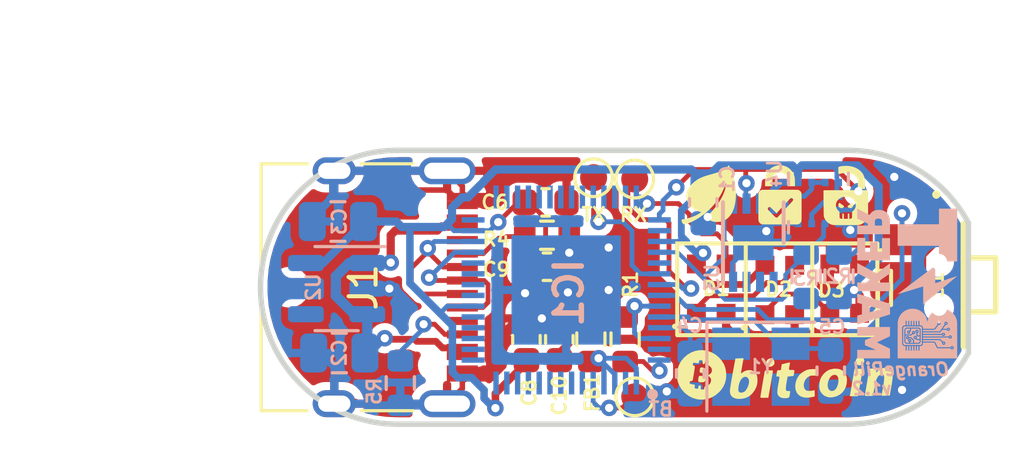
<source format=kicad_pcb>
(kicad_pcb (version 20211014) (generator pcbnew)
  (layers (0 "F.Cu" signal) (31 "B.Cu" signal) (34 "B.Paste" user) (35 "F.Paste" user) (36 "B.SilkS" user "B.Silkscreen") (37 "F.SilkS" user "F.Silkscreen") (38 "B.Mask" user) (39 "F.Mask" user) (44 "Edge.Cuts" user))
  (net 0 "")
  (net 1 "+3V3")
  (net 2 "Net-(BT1-Pad1)")
  (net 3 "Net-(C4-Pad2)")
  (net 4 "Net-(C5-Pad2)")
  (net 5 "Net-(J1-PadA5)")
  (net 6 "/D+")
  (net 7 "/D-")
  (net 8 "Net-(J1-PadB5)")
  (net 9 "/SCL")
  (net 10 "/SDA")
  (net 14 "Net-(D1-Pad1)")
  (net 15 "/LED")
  (net 19 "GND")
  (net 20 "Net-(D2-Pad1)")
  (net 22 "+5V")
  (net 25 "/RESET")
  (net 39 "Net-(FB1-Pad1)")
  (net 58 "Net-(IC1-Pad48)")
  (net 59 "Net-(IC1-Pad49)")
  (net 61 "/PSH1")
  (footprint "Llibreries:WS2812B2020" (layer "F.Cu") (at 122.114412 76.30221 -90)
    (fp_text reference "D2")
    (fp_text value "WS2812B-2020" hide)
  )
  (footprint "Resistor_SMD:R_0603_1608Metric" (layer "F.Cu") (at 115.1128 78.1304 90)
    (fp_text reference "FB1")
    (fp_text value "100")
  )
  (footprint "Connector_USB:USB_C_Receptacle_XKB_U262-16XN-4BVC11" (layer "F.Cu") (at 106.68 76.2 -90)
    (fp_text reference "J1")
    (fp_text value "C2927038")
  )
  (footprint "Capacitor_SMD:C_0603_1608Metric" (layer "F.Cu") (at 113.4364 73.0504)
    (fp_text reference "C6")
    (fp_text value "1uF")
  )
  (footprint "Llibreries:BTC_logo_llarg" (layer "F.Cu") (at 122.300632 79.397519 1)
    (fp_text reference "G***" hide)
    (fp_text value "LOGO" hide)
  )
  (footprint "Llibreries:WS2812B2020" (layer "F.Cu") (at 119.574412 76.2514 -90)
    (fp_text reference "D1")
    (fp_text value "WS2812B-2020" hide)
  )
  (footprint "Llibreries:candadoOK" (layer "F.Cu") (at 122.1232 72.771)
    (fp_text reference "G***" hide)
    (fp_text value "LOGO" hide)
  )
  (footprint "Llibreries:WS2812B2020" (layer "F.Cu") (at 124.5196 76.2514 90)
    (fp_text reference "D3")
    (fp_text value "WS2812B-2020" hide)
  )
  (footprint "TestPoint:TestPoint_Pad_D1.0mm" (layer "F.Cu") (at 116.7384 80.264)
    (fp_text reference "BT1" hide)
    (fp_text value "BOOT")
  )
  (footprint "Capacitor_SMD:C_0603_1608Metric" (layer "F.Cu") (at 112.7252 78.1304 90)
    (fp_text reference "C8")
    (fp_text value "1uF")
  )
  (footprint "TestPoint:TestPoint_Pad_D1.0mm" (layer "F.Cu") (at 116.7384 72.1868)
    (fp_text reference "RX1" hide)
    (fp_text value "RX")
  )
  (footprint "Resistor_SMD:R_0603_1608Metric" (layer "F.Cu") (at 116.3828 78.1304 -90)
    (fp_text reference "R1")
    (fp_text value "10k")
  )
  (footprint "Capacitor_SMD:C_0603_1608Metric" (layer "F.Cu") (at 113.4872 75.438)
    (fp_text reference "C9")
    (fp_text value "0.1uF")
  )
  (footprint "Resistor_SMD:R_0603_1608Metric" (layer "F.Cu") (at 113.4872 74.2696)
    (fp_text reference "R4")
    (fp_text value "5.1k")
  )
  (footprint "TestPoint:TestPoint_Pad_D1.0mm" (layer "F.Cu") (at 115.2144 72.136)
    (fp_text reference "TX1" hide)
    (fp_text value "TX")
  )
  (footprint "Llibreries:iconoSemilla2" (layer "F.Cu") (at 119.4816 72.771)
    (fp_text reference "G***" hide)
    (fp_text value "LOGO" hide)
  )
  (footprint "Llibreries:candadoKO" (layer "F.Cu") (at 124.5616 72.7964)
    (fp_text reference "G***" hide)
    (fp_text value "LOGO" hide)
  )
  (footprint "Capacitor_SMD:C_0603_1608Metric" (layer "F.Cu") (at 113.9444 78.1304 90)
    (fp_text reference "C10")
    (fp_text value "0.1uF")
  )
  (footprint "Fiducial:Fiducial_0.5mm_Mask1.5mm" (layer "F.Cu") (at 103.9368 76.2)
    (fp_text reference "fiducial" hide)
    (fp_text value "Fiducial_0.5mm_Mask1.5mm")
  )
  (footprint "Llibreries:TS24CA" (layer "F.Cu") (at 128.016 76.112 -90)
    (fp_text reference "S1")
    (fp_text value "TS24CA" hide)
  )
  (footprint "Crystal:Crystal_SMD_3225-4Pin_3.2x2.5mm" (layer "B.Cu") (at 121.412 79.1464)
    (fp_text reference "Y1")
    (fp_text value "40MHz")
  )
  (footprint "Capacitor_SMD:C_0603_1608Metric" (layer "B.Cu") (at 119.2784 73.0504 -90)
    (fp_text reference "C1")
    (fp_text value "0.1uF")
  )
  (footprint "Package_DFN_QFN:DFN-8-1EP_3x2mm_P0.5mm_EP1.3x1.5mm" (layer "B.Cu") (at 121.1326 74.549 90)
    (fp_text reference "U3")
    (fp_text value "ATECC608A-MAHDA")
  )
  (footprint "Package_LGA:Kionix_LGA-12_2x2mm_P0.5mm_LayoutBorder2x4y" (layer "B.Cu") (at 123.5456 73.0758 90)
    (fp_text reference "U4")
    (fp_text value "KXTJ3-1057")
  )
  (footprint "Llibreries:logoBM_8mm" (layer "B.Cu") (at 126.9746 76.1492 90)
    (fp_text reference "G***" hide)
    (fp_text value "LOGO" hide)
  )
  (footprint "Capacitor_SMD:C_0603_1608Metric" (layer "B.Cu") (at 124.0028 79.2988 90)
    (fp_text reference "C5")
    (fp_text value "18pF")
  )
  (footprint "Resistor_SMD:R_0603_1608Metric" (layer "B.Cu") (at 123.0884 75.7936 -90)
    (fp_text reference "R3")
    (fp_text value "10K")
  )
  (footprint "Capacitor_SMD:C_0805_2012Metric" (layer "B.Cu") (at 105.791 78.6384 180)
    (fp_text reference "C2")
    (fp_text value "22uF")
  )
  (footprint "Llibreries:QFN40P700X700X90-57N-D" (layer "B.Cu") (at 114.1984 76.3016 90)
    (fp_text reference "IC1")
    (fp_text value "ESP32-S2FN4R2" hide)
  )
  (footprint "Capacitor_SMD:C_0805_2012Metric" (layer "B.Cu") (at 105.7402 73.7616 180)
    (fp_text reference "C3")
    (fp_text value "22uF")
  )
  (footprint "Capacitor_SMD:C_0603_1608Metric" (layer "B.Cu") (at 118.7958 79.4004 90)
    (fp_text reference "C4")
    (fp_text value "18pF")
  )
  (footprint "Package_TO_SOT_SMD:SOT-23-5" (layer "B.Cu") (at 105.6894 76.2508 180)
    (fp_text reference "U2")
    (fp_text value "AP2112K-3.3")
  )
  (footprint "Resistor_SMD:R_0603_1608Metric" (layer "B.Cu") (at 124.3076 75.7936 -90)
    (fp_text reference "R2")
    (fp_text value "10k")
  )
  (footprint "Resistor_SMD:R_0603_1608Metric" (layer "B.Cu") (at 108.0516 79.756 -90)
    (fp_text reference "R5")
    (fp_text value "5.1k")
  )
  (gr_rect (start 118.3132 74.5744) (end 125.73 77.978) (layer "F.SilkS") (width 0.15) (fill none))
  (gr_line (start 123.317 74.5744) (end 123.317 77.978) (layer "F.SilkS") (width 0.15))
  (gr_line (start 120.8532 74.5744) (end 120.8532 77.978) (layer "F.SilkS") (width 0.15))
  (gr_rect (start 125.7554 75.5904) (end 126.238 76.8604) (layer "F.SilkS") (width 0.15) (fill none))
  (gr_arc (start 107.95 81.28) (mid 102.87 76.2) (end 107.95 71.12) (layer "Edge.Cuts") (width 0.2032))
  (gr_arc (start 124.632258 71.12) (mid 127.241587 71.845005) (end 129.102658 73.8124) (layer "Edge.Cuts") (width 0.2032))
  (gr_line (start 129.102658 73.8124) (end 129.102658 78.6384) (layer "Edge.Cuts") (width 0.2032))
  (gr_line (start 107.95 81.28) (end 124.632258 81.28) (layer "Edge.Cuts") (width 0.2032))
  (gr_line (start 107.95 71.12) (end 124.632258 71.12) (layer "Edge.Cuts") (width 0.2032))
  (gr_arc (start 129.102658 78.6384) (mid 127.2286 80.570364) (end 124.632258 81.28) (layer "Edge.Cuts") (width 0.2032))
  (gr_text "BT" (at 117.7036 80.7212) (layer "B.SilkS") (effects (font (size 0.508 0.508) (thickness 0.1016)) (justify mirror)))
  (gr_text "v1.2" (at 125.5522 79.9592) (layer "B.SilkS") (effects (font (size 0.4572 0.4572) (thickness 0.1016) italic) (justify mirror)))
  (gr_text "OrangePill" (at 126.619 79.248) (layer "B.SilkS") (effects (font (size 0.4572 0.4572) (thickness 0.1016) italic) (justify mirror)))
  (gr_text "TX" (at 115.2144 73.5076) (layer "F.SilkS") (effects (font (size 0.508 0.508) (thickness 0.1016))))
  (gr_text "RX" (at 116.6876 73.5076) (layer "F.SilkS") (effects (font (size 0.508 0.508) (thickness 0.1016))))
  (segment (start 112.6614 73.0504) (end 112.8268 73.0504) (width 0.1778) (layer "F.Cu") (net 1))
  (segment (start 112.7252 78.9054) (end 113.9444 78.9054) (width 0.2794) (layer "F.Cu") (net 1))
  (segment (start 113.9444 78.9054) (end 113.9444 78.632853) (width 0.2794) (layer "F.Cu") (net 1))
  (segment (start 112.414604 73.0504) (end 111.680902 73.784102) (width 0.1778) (layer "F.Cu") (net 1))
  (segment (start 115.1128 77.464453) (end 115.1128 77.3054) (width 0.2794) (layer "F.Cu") (net 1))
  (segment (start 115.1128 77.3054) (end 116.3828 77.3054) (width 0.2794) (layer "F.Cu") (net 1))
  (segment (start 112.7252 78.994) (end 112.7252 78.9054) (width 0.2794) (layer "F.Cu") (net 1))
  (segment (start 113.4364 73.66) (end 113.4364 74.9808) (width 0.1778) (layer "F.Cu") (net 1))
  (segment (start 120.8532 76.0984) (end 119.5832 76.0984) (width 0.254) (layer "F.Cu") (net 1))
  (segment (start 113.9444 78.632853) (end 115.1128 77.464453) (width 0.2794) (layer "F.Cu") (net 1))
  (segment (start 111.575231 80.143969) (end 112.7252 78.994) (width 0.2794) (layer "F.Cu") (net 1))
  (segment (start 112.6614 73.0504) (end 112.414604 73.0504) (width 0.1778) (layer "F.Cu") (net 1))
  (segment (start 113.4364 74.9808) (end 112.9284 75.4888) (width 0.1778) (layer "F.Cu") (net 1))
  (segment (start 116.730902 77.008098) (end 116.4336 77.3054) (width 0.1778) (layer "F.Cu") (net 1))
  (segment (start 112.9284 75.4888) (end 112.7122 75.4888) (width 0.1778) (layer "F.Cu") (net 1))
  (segment (start 116.730902 76.898) (end 116.730902 77.008098) (width 0.1778) (layer "F.Cu") (net 1))
  (segment (start 119.5832 76.0984) (end 119.024412 75.539612) (width 0.254) (layer "F.Cu") (net 1))
  (segment (start 121.5644 75.3872) (end 120.8532 76.0984) (width 0.254) (layer "F.Cu") (net 1))
  (segment (start 111.575231 80.684102) (end 111.575231 80.143969) (width 0.2794) (layer "F.Cu") (net 1))
  (segment (start 112.8268 73.0504) (end 113.4364 73.66) (width 0.1778) (layer "F.Cu") (net 1))
  (segment (start 125.0696 76.5048) (end 124.8664 76.3016) (width 0.3048) (layer "F.Cu") (net 1))
  (segment (start 125.0696 77.1664) (end 125.0696 76.5048) (width 0.3048) (layer "F.Cu") (net 1))
  (segment (start 119.27016 75.090652) (end 119.024412 75.3364) (width 0.1778) (layer "F.Cu") (net 1))
  (segment (start 119.27016 74.929063) (end 119.27016 75.090652) (width 0.1778) (layer "F.Cu") (net 1))
  (segment (start 119.024412 75.539612) (end 119.024412 75.3364) (width 0.254) (layer "F.Cu") (net 1))
  (via (at 111.575231 80.684102) (size 0.6096) (drill 0.3048) (layers "F.Cu" "B.Cu") (net 1))
  (via (at 116.730902 76.898) (size 0.6096) (drill 0.3048) (layers "F.Cu" "B.Cu") (net 1))
  (via (at 119.27016 74.929063) (size 0.6096) (drill 0.3048) (layers "F.Cu" "B.Cu") (net 1))
  (via (at 111.680902 73.784102) (size 0.6096) (drill 0.3048) (layers "F.Cu" "B.Cu") (net 1))
  (via (at 124.8664 76.3016) (size 0.6096) (drill 0.3048) (layers "F.Cu" "B.Cu") (net 1))
  (segment (start 118.356622 74.5016) (end 118.596 74.5016) (width 0.1778) (layer "B.Cu") (net 1))
  (segment (start 122.931978 71.7296) (end 124.1044 71.7296) (width 0.1778) (layer "B.Cu") (net 1))
  (segment (start 119.870711 71.683089) (end 122.576289 71.683089) (width 0.3048) (layer "B.Cu") (net 1))
  (segment (start 108.712 73.9648) (end 108.1024 73.9648) (width 0.3048) (layer "B.Cu") (net 1))
  (segment (start 110.6932 79.5528) (end 110.1852 79.5528) (width 0.2794) (layer "B.Cu") (net 1))
  (segment (start 124.3081 72.765852) (end 124.3081 72.8258) (width 0.1778) (layer "B.Cu") (net 1))
  (segment (start 111.5822 71.8312) (end 118.8342 71.8312) (width 0.3048) (layer "B.Cu") (net 1))
  (segment (start 109.980989 77.621389) (end 109.5248 77.1652) (width 0.2794) (layer "B.Cu") (net 1))
  (segment (start 122.936 71.6788) (end 124.997758 71.6788) (width 0.3048) (layer "B.Cu") (net 1))
  (segment (start 121.8826 73.099) (end 121.8826 72.5798) (width 0.254) (layer "B.Cu") (net 1))
  (segment (start 122.576289 71.683089) (end 122.7836 71.8904) (width 0.3048) (layer "B.Cu") (net 1))
  (segment (start 109.6772 73.9648) (end 109.855 73.787) (width 0.3048) (layer "B.Cu") (net 1))
  (segment (start 118.666938 74.5016) (end 118.51178 74.346442) (width 0.254) (layer "B.Cu") (net 1))
  (segment (start 121.8826 72.5798) (end 122.1491 72.3133) (width 0.254) (layer "B.Cu") (net 1))
  (segment (start 119.2784 72.2754) (end 119.870711 71.683089) (width 0.3048) (layer "B.Cu") (net 1))
  (segment (start 117.6484 76.9016) (end 116.734502 76.9016) (width 0.1778) (layer "B.Cu") (net 1))
  (segment (start 108.712 73.9648) (end 109.6772 73.9648) (width 0.3048) (layer "B.Cu") (net 1))
  (segment (start 124.230091 71.855291) (end 124.230091 72.687843) (width 0.1778) (layer "B.Cu") (net 1))
  (segment (start 108.1024 73.9648) (end 107.8992 73.7616) (width 0.3048) (layer "B.Cu") (net 1))
  (segment (start 118.4656 73.3552) (end 119.2784 72.5424) (width 0.254) (layer "B.Cu") (net 1))
  (segment (start 111.1504 72.273922) (end 111.1504 72.263) (width 0.3048) (layer "B.Cu") (net 1))
  (segment (start 119.176452 74.929063) (end 119.27016 74.929063) (width 0.1778) (layer "B.Cu") (net 1))
  (segment (start 119.2784 72.5424) (end 119.2784 72.2754) (width 0.1778) (layer "B.Cu") (net 1))
  (segment (start 109.855 73.787) (end 109.968289 73.673711) (width 0.3048) (layer "B.Cu") (net 1))
  (segment (start 124.6246 76.3016) (end 124.3076 76.6186) (width 0.1778) (layer "B.Cu") (net 1))
  (segment (start 110.1852 79.5528) (end 109.980989 79.348589) (width 0.2794) (layer "B.Cu") (net 1))
  (segment (start 118.6688 74.5744) (end 118.666938 74.572538) (width 0.1778) (layer "B.Cu") (net 1))
  (segment (start 111.155989 80.320389) (end 111.155989 80.015589) (width 0.2794) (layer "B.Cu") (net 1))
  (segment (start 118.51178 74.346442) (end 118.4656 74.300262) (width 0.254) (layer "B.Cu") (net 1))
  (segment (start 122.777389 71.884189) (end 122.777389 71.837411) (width 0.3048) (layer "B.Cu") (net 1))
  (segment (start 111.680902 73.784102) (end 111.363404 74.1016) (width 0.1778) (layer "B.Cu") (net 1))
  (segment (start 110.7484 76.9016) (end 109.7884 76.9016) (width 0.1778) (layer "B.Cu") (net 1))
  (segment (start 108.4072 73.9648) (end 108.4072 76.0476) (width 0.2794) (layer "B.Cu") (net 1))
  (segment (start 110.7484 74.1016) (end 110.040178 74.1016) (width 0.1778) (layer "B.Cu") (net 1))
  (segment (start 110.558961 72.865361) (end 111.1504 72.273922) (width 0.3048) (layer "B.Cu") (net 1))
  (segment (start 122.777389 71.837411) (end 122.936 71.6788) (width 0.3048) (layer "B.Cu") (net 1))
  (segment (start 108.712 73.9648) (end 108.4072 73.9648) (width 0.2794) (layer "B.Cu") (net 1))
  (segment (start 108.4072 76.0476) (end 109.5248 77.1652) (width 0.2794) (layer "B.Cu") (net 1))
  (segment (start 109.968289 73.673711) (end 109.968289 73.246489) (width 0.3048) (layer "B.Cu") (net 1))
  (segment (start 118.666938 74.572538) (end 118.666938 74.5016) (width 0.1778) (layer "B.Cu") (net 1))
  (segment (start 116.730902 77.892324) (end 116.730902 76.898) (width 0.1778) (layer "B.Cu") (net 1))
  (segment (start 118.4656 74.300262) (end 118.4656 73.3552) (width 0.254) (layer "B.Cu") (net 1))
  (segment (start 116.734502 76.9016) (end 116.730902 76.898) (width 0.1778) (layer "B.Cu") (net 1))
  (segment (start 118.356622 74.5016) (end 118.51178 74.346442) (width 0.1778) (layer "B.Cu") (net 1))
  (segment (start 123.2956 73.492578) (end 123.2956 73.8383) (width 0.1778) (layer "B.Cu") (net 1))
  (segment (start 122.7836 71.8904) (end 122.7836 72.0852) (width 0.3048) (layer "B.Cu") (net 1))
  (segment (start 118.596 74.5016) (end 118.6688 74.5744) (width 0.1778) (layer "B.Cu") (net 1))
  (segment (start 122.1491 72.3133) (end 122.7956 72.3133) (width 0.254) (layer "B.Cu") (net 1))
  (segment (start 124.3081 72.8258) (end 123.962378 72.8258) (width 0.1778) (layer "B.Cu") (net 1))
  (segment (start 109.980989 79.348589) (end 109.980989 77.621389) (width 0.2794) (layer "B.Cu") (net 1))
  (segment (start 107.8992 73.7616) (end 106.6902 73.7616) (width 0.3048) (layer "B.Cu") (net 1))
  (segment (start 110.349417 72.865361) (end 110.558961 72.865361) (width 0.3048) (layer "B.Cu") (net 1))
  (segment (start 111.575231 80.684102) (end 111.519702 80.684102) (width 0.2794) (layer "B.Cu") (net 1))
  (segment (start 122.728778 71.9328) (end 122.777389 71.884189) (width 0.1778) (layer "B.Cu") (net 1))
  (segment (start 117.6484 74.5016) (end 118.356622 74.5016) (width 0.1778) (layer "B.Cu") (net 1))
  (segment (start 118.8342 71.8312) (end 119.2784 72.2754) (width 0.3048) (layer "B.Cu") (net 1))
  (segment (start 122.777389 71.884189) (end 122.931978 71.7296) (width 0.1778) (layer "B.Cu") (net 1))
  (segment (start 125.7808 75.1454) (end 124.3076 76.6186) (width 0.3048) (layer "B.Cu") (net 1))
  (segment (start 106.6902 73.7616) (end 106.6902 73.8022) (width 0.3048) (layer "B.Cu") (net 1))
  (segment (start 110.040178 74.1016) (end 109.855 73.916422) (width 0.1778) (layer "B.Cu") (net 1))
  (segment (start 116.940178 78.1016) (end 116.730902 77.892324) (width 0.1778) (layer "B.Cu") (net 1))
  (segment (start 105.1916 75.3008) (end 104.5519 75.3008) (width 0.3048) (layer "B.Cu") (net 1))
  (segment (start 111.363404 74.1016) (end 110.7484 74.1016) (width 0.1778) (layer "B.Cu") (net 1))
  (segment (start 124.3076 76.6186) (end 123.0884 76.6186) (width 0.1778) (layer "B.Cu") (net 1))
  (segment (start 124.230091 72.687843) (end 124.3081 72.765852) (width 0.1778) (layer "B.Cu") (net 1))
  (segment (start 124.8664 76.3016) (end 124.6246 76.3016) (width 0.1778) (layer "B.Cu") (net 1))
  (segment (start 125.7808 72.461842) (end 125.7808 75.1454) (width 0.3048) (layer "B.Cu") (net 1))
  (segment (start 109.855 73.916422) (end 109.855 73.787) (width 0.1778) (layer "B.Cu") (net 1))
  (segment (start 111.1504 72.263) (end 111.5822 71.8312) (width 0.3048) (layer "B.Cu") (net 1))
  (segment (start 106.6902 73.8022) (end 105.1916 75.3008) (width 0.3048) (layer "B.Cu") (net 1))
  (segment (start 124.997758 71.6788) (end 125.7808 72.461842) (width 0.3048) (layer "B.Cu") (net 1))
  (segment (start 117.6484 78.1016) (end 116.940178 78.1016) (width 0.1778) (layer "B.Cu") (net 1))
  (segment (start 118.6688 74.5744) (end 119.023463 74.929063) (width 0.254) (layer "B.Cu") (net 1))
  (segment (start 109.7884 76.9016) (end 109.5248 77.1652) (width 0.1778) (layer "B.Cu") (net 1))
  (segment (start 111.519702 80.684102) (end 111.155989 80.320389) (width 0.2794) (layer "B.Cu") (net 1))
  (segment (start 119.023463 74.929063) (end 119.176452 74.929063) (width 0.254) (layer "B.Cu") (net 1))
  (segment (start 117.6484 76.9016) (end 117.65273 76.89727) (width 0.1778) (layer "B.Cu") (net 1))
  (segment (start 111.155989 80.015589) (end 110.6932 79.5528) (width 0.2794) (layer "B.Cu") (net 1))
  (segment (start 123.962378 72.8258) (end 123.2956 73.492578) (width 0.1778) (layer "B.Cu") (net 1))
  (segment (start 109.968289 73.246489) (end 110.349417 72.865361) (width 0.3048) (layer "B.Cu") (net 1))
  (segment (start 124.1044 71.7296) (end 124.230091 71.855291) (width 0.1778) (layer "B.Cu") (net 1))
  (segment (start 115.790919 80.675597) (end 116.276003 80.675597) (width 0.1778) (layer "F.Cu") (net 2))
  (segment (start 116.276003 80.675597) (end 116.6876 80.264) (width 0.1778) (layer "F.Cu") (net 2))
  (via (at 115.790919 80.675597) (size 0.6096) (drill 0.3048) (layers "F.Cu" "B.Cu") (net 2))
  (segment (start 115.1984 80.459822) (end 115.1984 79.7516) (width 0.1778) (layer "B.Cu") (net 2))
  (segment (start 115.790919 80.675597) (end 115.414175 80.675597) (width 0.1778) (layer "B.Cu") (net 2))
  (segment (start 115.414175 80.675597) (end 115.1984 80.459822) (width 0.1778) (layer "B.Cu") (net 2))
  (segment (start 120.312 78.1694) (end 119.983 78.4984) (width 0.1778) (layer "B.Cu") (net 3))
  (segment (start 119.1248 78.1694) (end 118.7958 78.4984) (width 0.1778) (layer "B.Cu") (net 3))
  (segment (start 117.6484 77.7016) (end 118.5448 77.7016) (width 0.1778) (layer "B.Cu") (net 3))
  (segment (start 120.312 78.1694) (end 119.1248 78.1694) (width 0.1778) (layer "B.Cu") (net 3))
  (segment (start 118.7958 77.9526) (end 118.7958 78.4984) (width 0.1778) (layer "B.Cu") (net 3))
  (segment (start 118.5448 77.7016) (end 118.7958 77.9526) (width 0.1778) (layer "B.Cu") (net 3))
  (segment (start 121.900372 77.785308) (end 122.000908 77.785308) (width 0.1778) (layer "B.Cu") (net 4))
  (segment (start 122.0352 78.2964) (end 122.512 78.2964) (width 0.1778) (layer "B.Cu") (net 4))
  (segment (start 118.8212 77.404789) (end 121.143589 77.404789) (width 0.1778) (layer "B.Cu") (net 4))
  (segment (start 121.143589 77.404789) (end 122.0352 78.2964) (width 0.1778) (layer "B.Cu") (net 4))
  (segment (start 117.6484 77.3016) (end 118.718011 77.3016) (width 0.1778) (layer "B.Cu") (net 4))
  (segment (start 122.000908 77.785308) (end 122.6886 78.473) (width 0.1778) (layer "B.Cu") (net 4))
  (segment (start 122.6886 78.473) (end 124.0028 78.473) (width 0.1778) (layer "B.Cu") (net 4))
  (segment (start 118.718011 77.3016) (end 118.8212 77.404789) (width 0.1778) (layer "B.Cu") (net 4))
  (segment (start 110.35 74.95) (end 111.1304 74.95) (width 0.1778) (layer "F.Cu") (net 5))
  (segment (start 111.988058 74.3204) (end 112.6622 74.3204) (width 0.1778) (layer "F.Cu") (net 5))
  (segment (start 111.699887 74.380513) (end 111.927945 74.380513) (width 0.1778) (layer "F.Cu") (net 5))
  (segment (start 111.1304 74.95) (end 111.699887 74.380513) (width 0.1778) (layer "F.Cu") (net 5))
  (segment (start 111.927945 74.380513) (end 111.988058 74.3204) (width 0.1778) (layer "F.Cu") (net 5))
  (segment (start 109.22488 75.95) (end 109.11884 75.84396) (width 0.1778) (layer "F.Cu") (net 6))
  (segment (start 111.1116 76.95) (end 110.35 76.95) (width 0.1778) (layer "F.Cu") (net 6))
  (segment (start 111.158222 75.95) (end 111.3028 76.094578) (width 0.1778) (layer "F.Cu") (net 6))
  (segment (start 110.35 75.95) (end 111.158222 75.95) (width 0.1778) (layer "F.Cu") (net 6))
  (segment (start 111.3028 76.094578) (end 111.3028 76.7588) (width 0.1778) (layer "F.Cu") (net 6))
  (segment (start 111.3028 76.7588) (end 111.1116 76.95) (width 0.1778) (layer "F.Cu") (net 6))
  (segment (start 110.35 75.95) (end 109.22488 75.95) (width 0.1778) (layer "F.Cu") (net 6))
  (via (at 109.11884 75.84396) (size 0.6096) (drill 0.3048) (layers "F.Cu" "B.Cu") (net 6))
  (segment (start 109.11884 75.84396) (end 110.0612 74.9016) (width 0.1778) (layer "B.Cu") (net 6))
  (segment (start 110.0612 74.9016) (end 110.7484 74.9016) (width 0.1778) (layer "B.Cu") (net 6))
  (segment (start 109.0676 74.7522) (end 109.0676 74.8792) (width 0.1778) (layer "F.Cu") (net 7))
  (segment (start 108.458 76.0984) (end 108.8096 76.45) (width 0.1778) (layer "F.Cu") (net 7))
  (segment (start 108.458 75.4888) (end 108.458 76.0984) (width 0.1778) (layer "F.Cu") (net 7))
  (segment (start 109.0676 74.8792) (end 108.458 75.4888) (width 0.1778) (layer "F.Cu") (net 7))
  (segment (start 109.6384 75.45) (end 110.35 75.45) (width 0.1778) (layer "F.Cu") (net 7))
  (segment (start 109.0676 74.8792) (end 109.6384 75.45) (width 0.1778) (layer "F.Cu") (net 7))
  (segment (start 108.8096 76.45) (end 110.35 76.45) (width 0.1778) (layer "F.Cu") (net 7))
  (via (at 109.0676 74.7522) (size 0.6096) (drill 0.3048) (layers "F.Cu" "B.Cu") (net 7))
  (segment (start 109.3182 74.5016) (end 110.7484 74.5016) (width 0.1778) (layer "B.Cu") (net 7))
  (segment (start 109.0676 74.7522) (end 109.3182 74.5016) (width 0.1778) (layer "B.Cu") (net 7))
  (segment (start 110.35 77.95) (end 109.7 77.95) (width 0.1778) (layer "F.Cu") (net 8))
  (segment (start 109.7 77.95) (end 109.3216 77.5716) (width 0.1778) (layer "F.Cu") (net 8))
  (segment (start 109.3216 77.5716) (end 108.9152 77.5716) (width 0.1778) (layer "F.Cu") (net 8))
  (via (at 108.9152 77.5716) (size 0.6096) (drill 0.3048) (layers "F.Cu" "B.Cu") (net 8))
  (segment (start 108.0516 78.5876) (end 108.9152 77.724) (width 0.1778) (layer "B.Cu") (net 8))
  (segment (start 108.9152 77.724) (end 108.9152 77.5716) (width 0.1778) (layer "B.Cu") (net 8))
  (segment (start 108.0516 78.931) (end 108.0516 78.5876) (width 0.1778) (layer "B.Cu") (net 8))
  (segment (start 124.221442 71.8312) (end 120.8532 71.8312) (width 0.1778) (layer "F.Cu") (net 9))
  (segment (start 125.028371 72.638129) (end 124.221442 71.8312) (width 0.1778) (layer "F.Cu") (net 9))
  (segment (start 120.8532 71.8312) (end 118.939542 71.8312) (width 0.1778) (layer "F.Cu") (net 9))
  (segment (start 118.939542 71.8312) (end 118.279142 72.4916) (width 0.1778) (layer "F.Cu") (net 9))
  (segment (start 120.8786 72.339789) (end 120.8532 72.314389) (width 0.1778) (layer "F.Cu") (net 9))
  (segment (start 120.8532 72.314389) (end 120.8532 71.8312) (width 0.1778) (layer "F.Cu") (net 9))
  (via (at 118.279142 72.4916) (size 0.6096) (drill 0.3048) (layers "F.Cu" "B.Cu") (net 9))
  (via (at 125.028371 72.638129) (size 0.6096) (drill 0.3048) (layers "F.Cu" "B.Cu") (net 9))
  (via (at 120.8786 72.339789) (size 0.6096) (drill 0.3048) (layers "F.Cu" "B.Cu") (net 9))
  (segment (start 120.8786 72.339789) (end 120.8572 72.361189) (width 0.1778) (layer "B.Cu") (net 9))
  (segment (start 117.6484 73.4822) (end 117.6484 73.7016) (width 0.1778) (layer "B.Cu") (net 9))
  (segment (start 125.028371 72.638129) (end 125.028371 73.105433) (width 0.1778) (layer "B.Cu") (net 9))
  (segment (start 118.279142 72.4916) (end 117.788491 72.982251) (width 0.1778) (layer "B.Cu") (net 9))
  (segment (start 125.028371 73.105433) (end 124.808004 73.3258) (width 0.1778) (layer "B.Cu") (net 9))
  (segment (start 120.8572 72.361189) (end 120.8572 73.0968) (width 0.1778) (layer "B.Cu") (net 9))
  (segment (start 124.9386 73.3258) (end 125.3236 73.7108) (width 0.1778) (layer "B.Cu") (net 9))
  (segment (start 124.808004 73.3258) (end 124.3081 73.3258) (width 0.1778) (layer "B.Cu") (net 9))
  (segment (start 117.788491 73.342109) (end 117.6484 73.4822) (width 0.1778) (layer "B.Cu") (net 9))
  (segment (start 125.3236 73.7108) (end 125.3236 74.4728) (width 0.1778) (layer "B.Cu") (net 9))
  (segment (start 124.8278 74.9686) (end 124.3076 74.9686) (width 0.1778) (layer "B.Cu") (net 9))
  (segment (start 124.7862 73.3258) (end 124.9386 73.3258) (width 0.1778) (layer "B.Cu") (net 9))
  (segment (start 117.788491 72.982251) (end 117.788491 73.342109) (width 0.1778) (layer "B.Cu") (net 9))
  (segment (start 125.3236 74.4728) (end 124.8278 74.9686) (width 0.1778) (layer "B.Cu") (net 9))
  (segment (start 123.1392 74.9178) (end 123.737281 74.319719) (width 0.1778) (layer "B.Cu") (net 10))
  (segment (start 122.8344 74.9178) (end 123.1392 74.9178) (width 0.1778) (layer "B.Cu") (net 10))
  (segment (start 122.32178 76.53482) (end 122.19695 76.65965) (width 0.1524) (layer "B.Cu") (net 10))
  (segment (start 122.19695 76.65965) (end 120.086047 76.659649) (width 0.1524) (layer "B.Cu") (net 10))
  (segment (start 120.086047 76.659649) (end 119.274599 75.848201) (width 0.1524) (layer "B.Cu") (net 10))
  (segment (start 123.737281 74.319719) (end 123.737281 73.8383) (width 0.1778) (layer "B.Cu") (net 10))
  (segment (start 123.0884 74.9686) (end 122.32178 75.73522) (width 0.1524) (layer "B.Cu") (net 10))
  (segment (start 120.065583 73.431617) (end 120.065583 75.057217) (width 0.1524) (layer "B.Cu") (net 10))
  (segment (start 117.6484 74.9016) (end 118.327998 74.9016) (width 0.1524) (layer "B.Cu") (net 10))
  (segment (start 118.327998 74.9016) (end 119.274599 75.848201) (width 0.1524) (layer "B.Cu") (net 10))
  (segment (start 122.32178 75.73522) (end 122.32178 76.53482) (width 0.1524) (layer "B.Cu") (net 10))
  (segment (start 120.3572 73.14) (end 120.065583 73.431617) (width 0.1524) (layer "B.Cu") (net 10))
  (segment (start 120.3572 73.0736) (end 120.3572 73.14) (width 0.1524) (layer "B.Cu") (net 10))
  (segment (start 120.065583 75.057217) (end 119.274599 75.848201) (width 0.1524) (layer "B.Cu") (net 10))
  (segment (start 121.14578 76.51702) (end 121.633989 76.028811) (width 0.1778) (layer "F.Cu") (net 14))
  (segment (start 119.024412 76.983178) (end 119.49057 76.51702) (width 0.1778) (layer "F.Cu") (net 14))
  (segment (start 119.49057 76.51702) (end 121.14578 76.51702) (width 0.1778) (layer "F.Cu") (net 14))
  (segment (start 119.024412 77.1664) (end 119.024412 76.983178) (width 0.1778) (layer "F.Cu") (net 14))
  (segment (start 121.633989 76.028811) (end 122.206011 76.028811) (width 0.1778) (layer "F.Cu") (net 14))
  (segment (start 122.6644 75.570422) (end 122.6644 75.3872) (width 0.1778) (layer "F.Cu") (net 14))
  (segment (start 122.206011 76.028811) (end 122.6644 75.570422) (width 0.1778) (layer "F.Cu") (net 14))
  (segment (start 120.124412 75.3364) (end 120.124412 74.556812) (width 0.1778) (layer "F.Cu") (net 15))
  (segment (start 119.7864 74.2188) (end 119.226727 74.2188) (width 0.1778) (layer "F.Cu") (net 15))
  (segment (start 119.226727 74.2188) (end 118.7704 73.762473) (width 0.1778) (layer "F.Cu") (net 15))
  (segment (start 120.124412 74.556812) (end 119.7864 74.2188) (width 0.1778) (layer "F.Cu") (net 15))
  (segment (start 118.7704 73.5076) (end 118.357866 73.095066) (width 0.1778) (layer "F.Cu") (net 15))
  (segment (start 118.357866 73.095066) (end 117.19208 73.095066) (width 0.1778) (layer "F.Cu") (net 15))
  (segment (start 118.7704 73.762473) (end 118.7704 73.5076) (width 0.1778) (layer "F.Cu") (net 15))
  (via (at 117.19208 73.095066) (size 0.6096) (drill 0.3048) (layers "F.Cu" "B.Cu") (net 15))
  (segment (start 117.19208 73.095066) (end 116.948614 72.8516) (width 0.1778) (layer "B.Cu") (net 15))
  (segment (start 116.948614 72.8516) (end 116.7984 72.8516) (width 0.1778) (layer "B.Cu") (net 15))
  (segment (start 117.926007 80.063779) (end 118.177028 80.3148) (width 0.1778) (layer "F.Cu") (net 19))
  (segment (start 120.970424 78.4352) (end 120.124412 77.589188) (width 0.1778) (layer "F.Cu") (net 19))
  (segment (start 124.7272 74.076034) (end 123.343448 72.692282) (width 0.1778) (layer "F.Cu") (net 19))
  (segment (start 118.249211 79.740575) (end 117.926007 80.063779) (width 0.1778) (layer "F.Cu") (net 19))
  (segment (start 112.4842 77.3554) (end 112.7252 77.3554) (width 0.381) (layer "F.Cu") (net 19))
  (segment (start 115.075 76.3016) (end 114.2622 75.4888) (width 0.1778) (layer "F.Cu") (net 19))
  (segment (start 111.6076 78.232) (end 112.4842 77.3554) (width 0.381) (layer "F.Cu") (net 19))
  (segment (start 122.428 78.4352) (end 120.970424 78.4352) (width 0.1778) (layer "F.Cu") (net 19))
  (segment (start 127.091 78.412) (end 126.466 77.787) (width 0.1778) (layer "F.Cu") (net 19))
  (segment (start 106.399544 80.440744) (end 105.652353 80.440744) (width 0.2032) (layer "F.Cu") (net 19))
  (segment (start 119.725823 78.092789) (end 118.249211 78.092789) (width 0.1778) (layer "F.Cu") (net 19))
  (segment (start 126.783611 72.1868) (end 126.783611 72.2376) (width 0.1778) (layer "F.Cu") (net 19))
  (segment (start 106.5296 71.88) (end 106.4768 71.9328) (width 0.2032) (layer "F.Cu") (net 19))
  (segment (start 126.783611 72.2376) (end 127.0694 72.2376) (width 0.1778) (layer "F.Cu") (net 19))
  (segment (start 127.449779 75.027462) (end 128.016 74.461241) (width 0.1778) (layer "F.Cu") (net 19))
  (segment (start 113.9444 77.3554) (end 113.297 77.3554) (width 0.3048) (layer "F.Cu") (net 19))
  (segment (start 121.201377 73.703377) (end 121.201377 73.592619) (width 0.1778) (layer "F.Cu") (net 19))
  (segment (start 125.73 73.2536) (end 122.663032 73.2536) (width 0.1778) (layer "F.Cu") (net 19))
  (segment (start 118.249211 78.092789) (end 118.249211 79.740575) (width 0.1778) (layer "F.Cu") (net 19))
  (segment (start 121.201377 73.592619) (end 122.101714 72.692282) (width 0.1778) (layer "F.Cu") (net 19))
  (segment (start 110.349995 79.250007) (end 110.349995 79.489605) (width 0.1778) (layer "F.Cu") (net 19))
  (segment (start 122.6644 77.2172) (end 122.6644 78.1988) (width 0.1778) (layer "F.Cu") (net 19))
  (segment (start 127.8106 78.8438) (end 126.6444 80.01) (width 0.1778) (layer "F.Cu") (net 19))
  (segment (start 120.124412 77.589188) (end 120.124412 77.6942) (width 0.1778) (layer "F.Cu") (net 19))
  (segment (start 123.343448 72.692282) (end 122.101714 72.692282) (width 0.1778) (layer "F.Cu") (net 19))
  (segment (start 109.7322 80.4672) (end 106.426 80.4672) (width 0.2032) (layer "F.Cu") (net 19))
  (segment (start 128.016 73.1842) (end 128.016 73.812) (width 0.1778) (layer "F.Cu") (net 19))
  (segment (start 111.112 79.4896) (end 111.6076 78.994) (width 0.381) (layer "F.Cu") (net 19))
  (segment (start 113.297 77.3554) (end 112.7252 77.3554) (width 0.3048) (layer "F.Cu") (net 19))
  (segment (start 114.2622 76.3902) (end 114.2622 77.0376) (width 0.1778) (layer "F.Cu") (net 19))
  (segment (start 119.444 73.592619) (end 121.201377 73.592619) (width 0.1778) (layer "F.Cu") (net 19))
  (segment (start 114.2114 73.0504) (end 114.2114 74.2196) (width 0.1778) (layer "F.Cu") (net 19))
  (segment (start 120.124412 77.6942) (end 119.725823 78.092789) (width 0.1778) (layer "F.Cu") (net 19))
  (segment (start 110.35 79.4896) (end 111.112 79.4896) (width 0.381) (layer "F.Cu") (net 19))
  (segment (start 114.3122 74.3204) (end 114.3122 74.9178) (width 0.1778) (layer "F.Cu") (net 19))
  (segment (start 109.785 71.88) (end 106.5296 71.88) (width 0.2032) (layer "F.Cu") (net 19))
  (segment (start 114.3122 75.4388) (end 114.2622 75.4888) (width 0.1778) (layer "F.Cu") (net 19))
  (segment (start 122.6644 78.1988) (end 122.428 78.4352) (width 0.1778) (layer "F.Cu") (net 19))
  (segment (start 122.663032 73.2536) (end 122.101714 72.692282) (width 0.1778) (layer "F.Cu") (net 19))
  (segment (start 126.358162 72.625438) (end 125.73 73.2536) (width 0.1778) (layer "F.Cu") (net 19))
  (segment (start 109.7932 72.5932) (end 107.3912 72.5932) (width 0.2032) (layer "F.Cu") (net 19))
  (segment (start 124.1044 80.3148) (end 124.4092 80.01) (width 0.1778) (layer "F.Cu") (net 19))
  (segment (start 126.466 77.787) (end 126.466 76.734) (width 0.1778) (layer "F.Cu") (net 19))
  (segment (start 106.426 80.4672) (end 106.399544 80.440744) (width 0.2032) (layer "F.Cu") (net 19))
  (segment (start 124.4092 80.01) (end 126.6444 80.01) (width 0.1778) (layer "F.Cu") (net 19))
  (segment (start 127.3788 78.412) (end 127.8106 78.8438) (width 0.1778) (layer "F.Cu") (net 19))
  (segment (start 110.35 72.445) (end 109.785 71.88) (width 0.2032) (layer "F.Cu") (net 19))
  (segment (start 109.785 80.52) (end 109.7322 80.4672) (width 0.2032) (layer "F.Cu") (net 19))
  (segment (start 107.3912 72.5932) (end 105.6132 74.3712) (width 0.2032) (layer "F.Cu") (net 19))
  (segment (start 110.35 79.55) (end 110.35 79.955) (width 0.2032) (layer "F.Cu") (net 19))
  (segment (start 114.2622 77.0376) (end 113.9444 77.3554) (width 0.1778) (layer "F.Cu") (net 19))
  (segment (start 111.6076 78.994) (end 111.6076 78.232) (width 0.381) (layer "F.Cu") (net 19))
  (segment (start 107.6452 76.2508) (end 105.664 76.2508) (width 0.3048) (layer "F.Cu") (net 19))
  (segment (start 126.438757 72.1868) (end 126.783611 72.1868) (width 0.1778) (layer "F.Cu") (net 19))
  (segment (start 128.016 78.412) (end 127.3788 78.412) (width 0.1778) (layer "F.Cu") (net 19))
  (segment (start 110.35 72.85) (end 110.35 72.445) (width 0.2032) (layer "F.Cu") (net 19))
  (segment (start 127.0694 72.2376) (end 128.016 73.1842) (width 0.1778) (layer "F.Cu") (net 19))
  (segment (start 117.2464 76.3016) (end 118.249211 77.304411) (width 0.1778) (layer "F.Cu") (net 19))
  (segment (start 120.124412 77.1664) (end 120.124412 77.589188) (width 0.1778) (layer "F.Cu") (net 19))
  (segment (start 118.249211 77.304411) (end 118.249211 78.092789) (width 0.1778) (layer "F.Cu") (net 19))
  (segment (start 114.2114 74.2196) (end 114.3122 74.3204) (width 0.1778) (layer "F.Cu") (net 19))
  (segment (start 126.466 76.734) (end 127.449779 75.750221) (width 0.1778) (layer "F.Cu") (net 19))
  (segment (start 105.664 76.2508) (end 105.6132 76.2) (width 0.3048) (layer "F.Cu") (net 19))
  (segment (start 128.016 74.461241) (end 128.016 73.812) (width 0.1778) (layer "F.Cu") (net 19))
  (segment (start 105.6132 74.3712) (end 105.6132 76.2) (width 0.2032) (layer "F.Cu") (net 19))
  (segment (start 126.358162 72.106205) (end 126.438757 72.1868) (width 0.1778) (layer "F.Cu") (net 19))
  (segment (start 114.3122 74.9178) (end 114.3122 75.4388) (width 0.1778) (layer "F.Cu") (net 19))
  (segment (start 127.3788 78.412) (end 127.091 78.412) (width 0.1778) (layer "F.Cu") (net 19))
  (segment (start 115.7732 76.3016) (end 115.075 76.3016) (width 0.1778) (layer "F.Cu") (net 19))
  (segment (start 115.7732 76.3016) (end 117.2464 76.3016) (width 0.1778) (layer "F.Cu") (net 19))
  (segment (start 114.2622 75.4888) (end 114.2622 76.3902) (width 0.1778) (layer "F.Cu") (net 19))
  (segment (start 123.9696 74.833634) (end 123.9696 75.3364) (width 0.1778) (layer "F.Cu") (net 19))
  (segment (start 105.6132 76.2) (end 105.6132 80.01) (width 0.2032) (layer "F.Cu") (net 19))
  (segment (start 110.35 79.955) (end 109.785 80.52) (width 0.2032) (layer "F.Cu") (net 19))
  (segment (start 127.449779 75.750221) (end 127.449779 75.027462) (width 0.1778) (layer "F.Cu") (net 19))
  (segment (start 121.6152 74.1172) (end 121.201377 73.703377) (width 0.1778) (layer "F.Cu") (net 19))
  (segment (start 126.358162 72.106205) (end 126.358162 72.625438) (width 0.1778) (layer "F.Cu") (net 19))
  (segment (start 110.35 73.15) (end 109.7932 72.5932) (width 0.2032) (layer "F.Cu") (net 19))
  (segment (start 118.177028 80.3148) (end 124.1044 80.3148) (width 0.1778) (layer "F.Cu") (net 19))
  (segment (start 124.7272 74.076034) (end 123.9696 74.833634) (width 0.1778) (layer "F.Cu") (net 19))
  (via (at 126.6444 80.01) (size 0.6096) (drill 0.3048) (layers "F.Cu" "B.Cu") (net 19))
  (via (at 124.7272 74.076034) (size 0.6096) (drill 0.3048) (layers "F.Cu" "B.Cu") (net 19))
  (via (at 117.926007 80.063779) (size 0.6096) (drill 0.3048) (layers "F.Cu" "B.Cu") (net 19))
  (via (at 114.2622 76.3902) (size 0.6096) (drill 0.3048) (layers "F.Cu" "B.Cu") (net 19))
  (via (at 119.444 73.592619) (size 0.6096) (drill 0.3048) (layers "F.Cu" "B.Cu") (net 19))
  (via (at 115.7732 76.3016) (size 0.6096) (drill 0.3048) (layers "F.Cu" "B.Cu") (net 19))
  (via (at 112.6744 76.4205) (size 0.6096) (drill 0.3048) (layers "F.Cu" "B.Cu") (net 19))
  (via (at 115.7732 74.7268) (size 0.6096) (drill 0.3048) (layers "F.Cu" "B.Cu") (net 19))
  (via (at 114.3122 74.9178) (size 0.6096) (drill 0.3048) (layers "F.Cu" "B.Cu") (net 19))
  (via (at 107.6452 76.2508) (size 0.6096) (drill 0.3048) (layers "F.Cu" "B.Cu") (net 19))
  (via (at 113.297 77.3554) (size 0.6096) (drill 0.3048) (layers "F.Cu" "B.Cu") (net 19))
  (via (at 121.6152 74.1172) (size 0.6096) (drill 0.3048) (layers "F.Cu" "B.Cu") (net 19))
  (via (at 126.358162 72.106205) (size 0.6096) (drill 0.3048) (layers "F.Cu" "B.Cu") (net 19))
  (segment (start 124.2956 73.8383) (end 124.489466 73.8383) (width 0.1778) (layer "B.Cu") (net 19))
  (segment (start 121.6152 74.1172) (end 121.8941 73.8383) (width 0.1778) (layer "B.Cu") (net 19))
  (segment (start 122.694 73.8383) (end 122.3005 73.8383) (width 0.1778) (layer "B.Cu") (net 19))
  (segment (start 106.8269 76.2508) (end 107.6452 76.2508) (width 0.3048) (layer "B.Cu") (net 19))
  (segment (start 121.8941 73.8383) (end 122.3005 73.8383) (width 0.1778) (layer "B.Cu") (net 19))
  (segment (start 105.5624 72.7964) (end 105.5624 72.39) (width 0.3048) (layer "B.Cu") (net 19))
  (segment (start 104.7902 73.6194) (end 105.4608 72.9488) (width 0.3048) (layer "B.Cu") (net 19))
  (segment (start 118.1732 80.0484) (end 118.7958 80.0484) (width 0.1778) (layer "B.Cu") (net 19))
  (segment (start 105.4608 72.898) (end 105.5624 72.7964) (width 0.3048) (layer "B.Cu") (net 19))
  (segment (start 121.6152 74.1172) (end 121.18561 74.54679) (width 0.1778) (layer "B.Cu") (net 19))
  (segment (start 122.7831 72.8258) (end 122.437378 72.8258) (width 0.1778) (layer "B.Cu") (net 19))
  (segment (start 124.0158 80.01) (end 124.0028 80.023) (width 0.1778) (layer "B.Cu") (net 19))
  (segment (start 123.027222 72.8258) (end 123.2956 72.557422) (width 0.1778) (layer "B.Cu") (net 19))
  (segment (start 123.2956 72.3133) (end 123.694 72.3133) (width 0.1778) (layer "B.Cu") (net 19))
  (segment (start 118.157821 80.063779) (end 118.1732 80.0484) (width 0.1778) (layer "B.Cu") (net 19))
  (segment (start 105.6132 79.1464) (end 105.6132 80.01) (width 0.3048) (layer "B.Cu") (net 19))
  (segment (start 119.307981 73.592619) (end 119.0752 73.8254) (width 0.1778) (layer "B.Cu") (net 19))
  (segment (start 122.6815 72.8258) (end 123.027222 72.8258) (width 0.1778) (layer "B.Cu") (net 19))
  (segment (start 119.444 73.592619) (end 119.307981 73.592619) (width 0.1778) (layer "B.Cu") (net 19))
  (segment (start 114.1984 76.3016) (end 115.7732 76.3016) (width 0.1778) (layer "B.Cu") (net 19))
  (segment (start 120.3572 75.303736) (end 120.3572 75.9968) (width 0.1778) (layer "B.Cu") (net 19))
  (segment (start 117.926007 80.063779) (end 118.157821 80.063779) (width 0.1778) (layer "B.Cu") (net 19))
  (segment (start 105.4608 72.9488) (end 105.4608 72.898) (width 0.3048) (layer "B.Cu") (net 19))
  (segment (start 105.1052 78.6384) (end 105.6132 79.1464) (width 0.3048) (layer "B.Cu") (net 19))
  (segment (start 121.18561 74.54679) (end 121.1072 74.54679) (width 0.1778) (layer "B.Cu") (net 19))
  (segment (start 109.724 80.581) (end 109.785 80.52) (width 0.3048) (layer "B.Cu") (net 19))
  (segment (start 104.841 78.6384) (end 105.1052 78.6384) (width 0.3048) (layer "B.Cu") (net 19))
  (segment (start 124.489466 73.8383) (end 124.7272 74.076034) (width 0.1778) (layer "B.Cu") (net 19))
  (segment (start 123.2956 72.557422) (end 123.2956 72.3133) (width 0.1778) (layer "B.Cu") (net 19))
  (segment (start 121.1072 74.553736) (end 120.3572 75.303736) (width 0.1778) (layer "B.Cu") (net 19))
  (segment (start 122.3518 72.911378) (end 122.3518 73.787) (width 0.1778) (layer "B.Cu") (net 19))
  (segment (start 121.1072 74.54679) (end 121.1072 74.553736) (width 0.1778) (layer "B.Cu") (net 19))
  (segment (start 104.7902 73.7616) (end 104.7902 73.6194) (width 0.3048) (layer "B.Cu") (net 19))
  (segment (start 122.3518 73.787) (end 122.3005 73.8383) (width 0.1778) (layer "B.Cu") (net 19))
  (segment (start 126.6444 80.01) (end 124.0158 80.01) (width 0.1778) (layer "B.Cu") (net 19))
  (segment (start 122.437378 72.8258) (end 122.3518 72.911378) (width 0.1778) (layer "B.Cu") (net 19))
  (segment (start 108.0516 80.581) (end 109.724 80.581) (width 0.3048) (layer "B.Cu") (net 19))
  (segment (start 122.2248 76.454) (end 123.2572 76.454) (width 0.1778) (layer "F.Cu") (net 20))
  (segment (start 121.5644 77.1144) (end 122.2248 76.454) (width 0.1778) (layer "F.Cu") (net 20))
  (segment (start 121.3104 77.1144) (end 121.5644 77.1144) (width 0.1778) (layer "F.Cu") (net 20))
  (segment (start 121.5644 77.2172) (end 121.5644 77.1144) (width 0.1778) (layer "F.Cu") (net 20))
  (segment (start 123.2572 76.454) (end 123.9696 77.1664) (width 0.1778) (layer "F.Cu") (net 20))
  (segment (start 109.423089 74.095489) (end 109.570489 73.948089) (width 0.3048) (layer "F.Cu") (net 22))
  (segment (start 107.5182 78.1304) (end 107.435252 78.1304) (width 0.3048) (layer "F.Cu") (net 22))
  (segment (start 107.87019 74.095489) (end 109.423089 74.095489) (width 0.3048) (layer "F.Cu") (net 22))
  (segment (start 107.696 74.269679) (end 107.87019 74.095489) (width 0.3048) (layer "F.Cu") (net 22))
  (segment (start 108.660219 78.2066) (end 109.371936 78.2066) (width 0.25) (layer "F.Cu") (net 22))
  (segment (start 109.570489 73.948089) (end 110.35 73.948089) (width 0.3048) (layer "F.Cu") (net 22))
  (segment (start 109.615336 78.45) (end 110.35 78.45) (width 0.25) (layer "F.Cu") (net 22))
  (segment (start 107.435252 78.1304) (end 107.474333 78.091319) (width 0.3048) (layer "F.Cu") (net 22))
  (segment (start 109.371936 78.2066) (end 109.615336 78.45) (width 0.25) (layer "F.Cu") (net 22))
  (segment (start 110.35 73.95) (end 110.35 73.65) (width 0.2032) (layer "F.Cu") (net 22))
  (segment (start 107.5182 78.1304) (end 108.584019 78.1304) (width 0.25) (layer "F.Cu") (net 22))
  (segment (start 110.349995 78.750008) (end 110.060689 78.460676) (width 0.2032) (layer "F.Cu") (net 22))
  (segment (start 107.696 75.336479) (end 107.696 74.269679) (width 0.3048) (layer "F.Cu") (net 22))
  (segment (start 108.584019 78.1304) (end 108.660219 78.2066) (width 0.25) (layer "F.Cu") (net 22))
  (via (at 107.474333 78.091319) (size 0.6096) (drill 0.3048) (layers "F.Cu" "B.Cu") (net 22))
  (via (at 107.696 75.2856) (size 0.6096) (drill 0.3048) (layers "F.Cu" "B.Cu") (net 22))
  (segment (start 106.1568 75.3008) (end 106.8269 75.3008) (width 0.381) (layer "B.Cu") (net 22))
  (segment (start 106.8269 77.2008) (end 106.8269 78.5525) (width 0.381) (layer "B.Cu") (net 22))
  (segment (start 106.8269 77.2008) (end 106.346171 77.2008) (width 0.381) (layer "B.Cu") (net 22))
  (segment (start 105.664 76.518629) (end 105.664 75.7936) (width 0.381) (layer "B.Cu") (net 22))
  (segment (start 106.346171 77.2008) (end 105.664 76.518629) (width 0.381) (layer "B.Cu") (net 22))
  (segment (start 106.741 78.6384) (end 106.927252 78.6384) (width 0.254) (layer "B.Cu") (net 22))
  (segment (start 106.927252 78.6384) (end 107.474333 78.091319) (width 0.254) (layer "B.Cu") (net 22))
  (segment (start 106.8269 78.5525) (end 106.741 78.6384) (width 0.381) (layer "B.Cu") (net 22))
  (segment (start 105.664 75.7936) (end 106.1568 75.3008) (width 0.381) (layer "B.Cu") (net 22))
  (segment (start 106.8269 75.3008) (end 107.6808 75.3008) (width 0.381) (layer "B.Cu") (net 22))
  (segment (start 107.6808 75.3008) (end 107.696 75.2856) (width 0.381) (layer "B.Cu") (net 22))
  (segment (start 117.0554 78.9554) (end 116.4336 78.9554) (width 0.1778) (layer "F.Cu") (net 25))
  (segment (start 117.6528 79.2988) (end 117.3988 79.2988) (width 0.1778) (layer "F.Cu") (net 25))
  (segment (start 117.3988 79.2988) (end 117.0554 78.9554) (width 0.1778) (layer "F.Cu") (net 25))
  (via (at 117.6528 79.2988) (size 0.6096) (drill 0.3048) (layers "F.Cu" "B.Cu") (net 25))
  (segment (start 117.6484 79.2944) (end 117.6528 79.2988) (width 0.1778) (layer "B.Cu") (net 25))
  (segment (start 117.6484 78.9016) (end 117.6484 79.2944) (width 0.1778) (layer "B.Cu") (net 25))
  (segment (start 115.399244 78.832485) (end 115.276329 78.9554) (width 0.1778) (layer "F.Cu") (net 39))
  (segment (start 115.276329 78.9554) (end 115.1128 78.9554) (width 0.1778) (layer "F.Cu") (net 39))
  (via (at 115.399244 78.832485) (size 0.6096) (drill 0.3048) (layers "F.Cu" "B.Cu") (net 39))
  (segment (start 115.399244 78.832485) (end 116.424485 78.832485) (width 0.1778) (layer "B.Cu") (net 39))
  (segment (start 115.399244 78.832485) (end 115.9984 79.431641) (width 0.1778) (layer "B.Cu") (net 39))
  (segment (start 115.5984 79.031641) (end 115.5984 79.7516) (width 0.1778) (layer "B.Cu") (net 39))
  (segment (start 116.7984 79.2064) (end 116.7984 79.7516) (width 0.1778) (layer "B.Cu") (net 39))
  (segment (start 115.399244 78.832485) (end 115.5984 79.031641) (width 0.1778) (layer "B.Cu") (net 39))
  (segment (start 116.424485 78.832485) (end 116.7984 79.2064) (width 0.1778) (layer "B.Cu") (net 39))
  (segment (start 115.9984 79.431641) (end 115.9984 79.7516) (width 0.1778) (layer "B.Cu") (net 39))
  (segment (start 115.397006 73.771168) (end 115.2144 73.588562) (width 0.1778) (layer "F.Cu") (net 58))
  (segment (start 115.2144 73.588562) (end 115.2144 72.136) (width 0.1778) (layer "F.Cu") (net 58))
  (via (at 115.397006 73.771168) (size 0.6096) (drill 0.3048) (layers "F.Cu" "B.Cu") (net 58))
  (segment (start 115.4684 73.767396) (end 115.464628 73.771168) (width 0.1778) (layer "B.Cu") (net 58))
  (segment (start 116.30119 73.771168) (end 116.6368 74.106778) (width 0.1778) (layer "B.Cu") (net 58))
  (segment (start 116.9512 75.7016) (end 117.6484 75.7016) (width 0.1778) (layer "B.Cu") (net 58))
  (segment (start 116.6368 75.3872) (end 116.9512 75.7016) (width 0.1778) (layer "B.Cu") (net 58))
  (segment (start 116.6368 74.106778) (end 116.6368 75.3872) (width 0.1778) (layer "B.Cu") (net 58))
  (segment (start 115.464628 73.771168) (end 115.397006 73.771168) (width 0.1778) (layer "B.Cu") (net 58))
  (segment (start 115.397006 73.771168) (end 116.30119 73.771168) (width 0.1778) (layer "B.Cu") (net 58))
  (segment (start 118.825201 76.246799) (end 118.651589 76.246799) (width 0.1778) (layer "F.Cu") (net 59))
  (segment (start 116.751589 72.021211) (end 116.7892 71.9836) (width 0.1778) (layer "F.Cu") (net 59))
  (segment (start 116.4844 73.23084) (end 116.4844 72.4408) (width 0.1778) (layer "F.Cu") (net 59))
  (segment (start 118.651589 76.246799) (end 118.0084 75.60361) (width 0.1778) (layer "F.Cu") (net 59))
  (segment (start 117.887477 73.691477) (end 116.945037 73.691477) (width 0.1778) (layer "F.Cu") (net 59))
  (segment (start 118.0084 75.60361) (end 118.0084 73.8124) (width 0.1778) (layer "F.Cu") (net 59))
  (segment (start 116.945037 73.691477) (end 116.4844 73.23084) (width 0.1778) (layer "F.Cu") (net 59))
  (segment (start 118.0084 73.8124) (end 117.887477 73.691477) (width 0.1778) (layer "F.Cu") (net 59))
  (segment (start 116.4844 72.4408) (end 116.7384 72.1868) (width 0.1778) (layer "F.Cu") (net 59))
  (via (at 118.825201 76.246799) (size 0.6096) (drill 0.3048) (layers "F.Cu" "B.Cu") (net 59))
  (segment (start 118.374702 76.1016) (end 117.6484 76.1016) (width 0.1778) (layer "B.Cu") (net 59))
  (segment (start 118.825201 76.246799) (end 118.519901 76.246799) (width 0.1778) (layer "B.Cu") (net 59))
  (segment (start 118.519901 76.246799) (end 118.374702 76.1016) (width 0.1778) (layer "B.Cu") (net 59))
  (segment (start 126.6444 74.2586) (end 126.466 74.437) (width 0.1778) (layer "F.Cu") (net 61))
  (segment (start 126.6444 73.4568) (end 126.6444 74.2586) (width 0.1778) (layer "F.Cu") (net 61))
  (segment (start 126.6952 74.2078) (end 126.466 74.437) (width 0.1778) (layer "F.Cu") (net 61))
  (via (at 126.6444 73.4568) (size 0.6096) (drill 0.3048) (layers "F.Cu" "B.Cu") (net 61))
  (segment (start 118.65069 76.9112) (end 118.865747 76.9112) (width 0.1778) (layer "B.Cu") (net 61))
  (segment (start 121.681724 77.404788) (end 125.134812 77.404788) (width 0.1778) (layer "B.Cu") (net 61))
  (segment (start 118.865747 76.9112) (end 118.978816 77.024269) (width 0.1778) (layer "B.Cu") (net 61))
  (segment (start 125.134812 77.404788) (end 126.6444 75.8952) (width 0.1778) (layer "B.Cu") (net 61))
  (segment (start 126.6444 75.8952) (end 126.6444 73.4568) (width 0.1778) (layer "B.Cu") (net 61))
  (segment (start 118.24109 76.5016) (end 118.65069 76.9112) (width 0.1778) (layer "B.Cu") (net 61))
  (segment (start 117.6484 76.5016) (end 118.24109 76.5016) (width 0.1778) (layer "B.Cu") (net 61))
  (segment (start 121.301206 77.02427) (end 121.681724 77.404788) (width 0.1778) (layer "B.Cu") (net 61))
  (segment (start 118.978816 77.024269) (end 121.301206 77.02427) (width 0.1778) (layer "B.Cu") (net 61))
  (zone (net 19) (net_name "GND") (layer "F.Cu") (connect_pads (clearance 0.254)) (min_thickness 0.254) (fill yes (thermal_gap 0.3048) (thermal_bridge_width 0.3048))
    (polygon (pts (xy 107.0864 71.2724) (xy 124.6632 71.2724) (xy 128.778 71.4248) (xy 129.0828 81.9912) (xy 103.8352 82.042) (xy 101.9048 77.0636) (xy 102.5652 71.12)))
  )
  (zone (net 19) (net_name "GND") (layer "B.Cu") (connect_pads (clearance 0.254)) (min_thickness 0.254) (fill yes (thermal_gap 0.3048) (thermal_bridge_width 0.3048))
    (polygon (pts (xy 129.794 70.6628) (xy 129.6416 82.2706) (xy 102.3112 81.7118) (xy 102.5906 70.5104)))
  )
)
</source>
